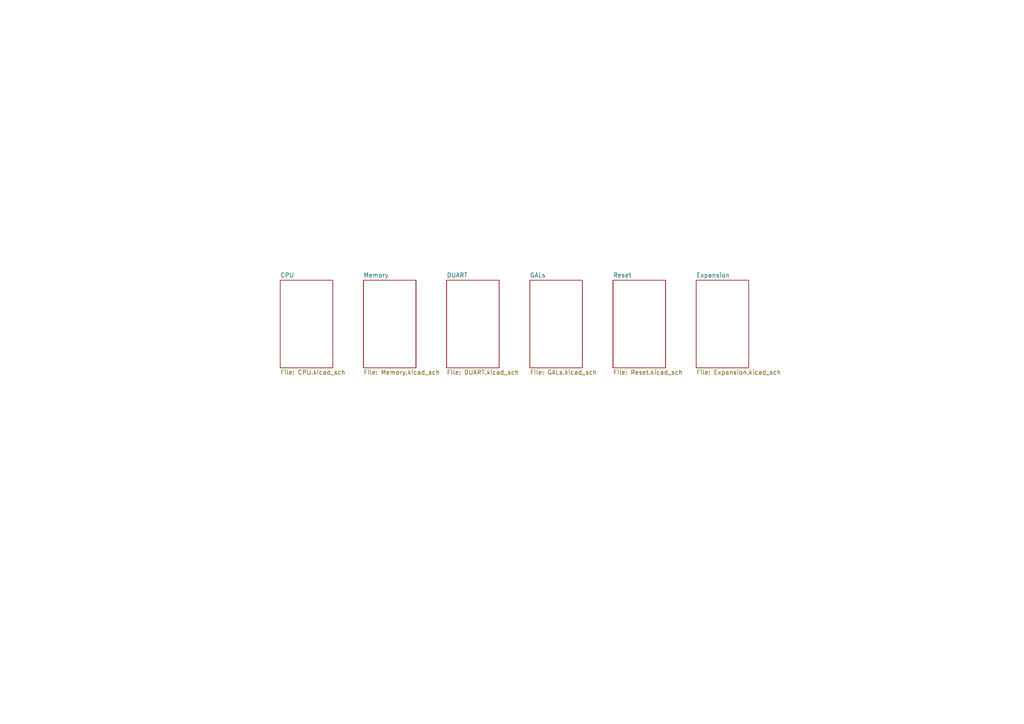
<source format=kicad_sch>
(kicad_sch (version 20230121) (generator eeschema)
  (paper "A4")
  (title_block (title "ROSCO_M68K CLASSIC MC68020 EDITION") (date "2024-03-17") (rev "1.0") (company "The Really Old-School Company Limited") (comment 1 "OSHWA UK000006 (https://certification.oshwa.org/uk000006.html)") (comment 2 "See https://github.com/roscopeco/rosco_m68k/blob/master/LICENCE.hardware.txt") (comment 3 "Open Source Hardware licenced under CERN Open Hardware Licence") (comment 4 "Copyright 2019-2023 Ross Bamford and Contributors"))
  (lib_symbols)
  (sheet (at 81.28 81.28) (size 15.24 25.4)
    (property "Sheetname" "CPU" (at 81.28 80.5684 0) (effects (justify left bottom)))
    (property "Sheetfile" "CPU.kicad_sch" (at 81.28 107.2646 0) (effects (justify left top)))
  )
  (sheet (at 201.93 81.28) (size 15.24 25.4)
    (property "Sheetname" "Expansion" (at 201.93 80.5684 0) (effects (justify left bottom)))
    (property "Sheetfile" "Expansion.kicad_sch" (at 201.93 107.2646 0) (effects (justify left top)))
  )
  (sheet (at 129.54 81.28) (size 15.24 25.4)
    (property "Sheetname" "DUART" (at 129.54 80.5684 0) (effects (justify left bottom)))
    (property "Sheetfile" "DUART.kicad_sch" (at 129.54 107.2646 0) (effects (justify left top)))
  )
  (sheet (at 177.8 81.28) (size 15.24 25.4)
    (property "Sheetname" "Reset" (at 177.8 80.5684 0) (effects (justify left bottom)))
    (property "Sheetfile" "Reset.kicad_sch" (at 177.8 107.2646 0) (effects (justify left top)))
  )
  (sheet (at 105.41 81.28) (size 15.24 25.4)
    (property "Sheetname" "Memory" (at 105.41 80.5684 0) (effects (justify left bottom)))
    (property "Sheetfile" "Memory.kicad_sch" (at 105.41 107.2646 0) (effects (justify left top)))
  )
  (sheet (at 153.67 81.28) (size 15.24 25.4)
    (property "Sheetname" "GALs" (at 153.67 80.5684 0) (effects (justify left bottom)))
    (property "Sheetfile" "GALs.kicad_sch" (at 153.67 107.2646 0) (effects (justify left top)))
  )
)
</source>
